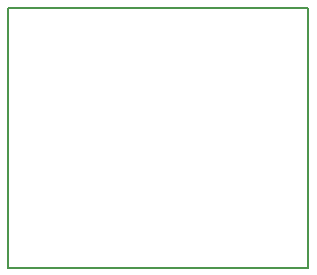
<source format=gm1>
G04 #@! TF.FileFunction,Profile,NP*
%FSLAX46Y46*%
G04 Gerber Fmt 4.6, Leading zero omitted, Abs format (unit mm)*
G04 Created by KiCad (PCBNEW 4.0.6) date 03/27/17 14:11:27*
%MOMM*%
%LPD*%
G01*
G04 APERTURE LIST*
%ADD10C,0.100000*%
%ADD11C,0.150000*%
G04 APERTURE END LIST*
D10*
D11*
X148100000Y-106100000D02*
X122700000Y-106100000D01*
X148100000Y-84100000D02*
X148100000Y-106100000D01*
X122700000Y-84100000D02*
X148100000Y-84100000D01*
X122700000Y-106100000D02*
X122700000Y-84100000D01*
M02*

</source>
